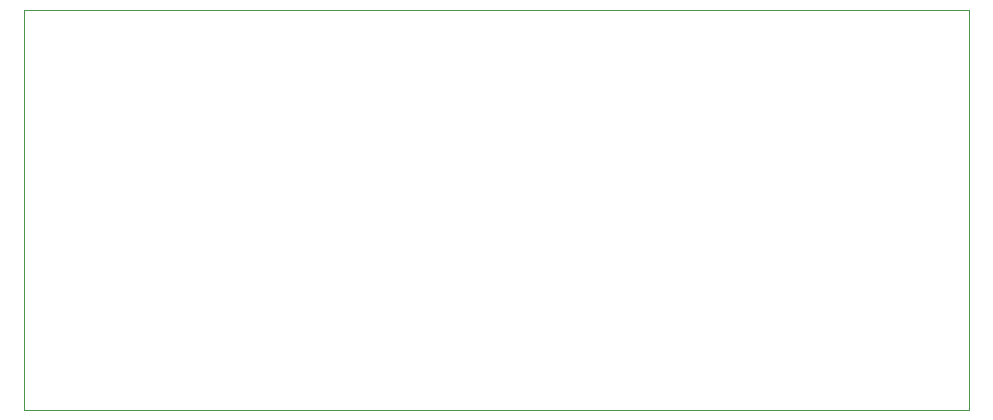
<source format=gm1>
%TF.GenerationSoftware,KiCad,Pcbnew,6.0.11+dfsg-1*%
%TF.CreationDate,2024-03-12T04:01:45-04:00*%
%TF.ProjectId,pypilot-motor,70797069-6c6f-4742-9d6d-6f746f722e6b,rev?*%
%TF.SameCoordinates,Original*%
%TF.FileFunction,Profile,NP*%
%FSLAX46Y46*%
G04 Gerber Fmt 4.6, Leading zero omitted, Abs format (unit mm)*
G04 Created by KiCad (PCBNEW 6.0.11+dfsg-1) date 2024-03-12 04:01:45*
%MOMM*%
%LPD*%
G01*
G04 APERTURE LIST*
%TA.AperFunction,Profile*%
%ADD10C,0.050000*%
%TD*%
G04 APERTURE END LIST*
D10*
X184150000Y-95250000D02*
X104140000Y-95250000D01*
X184150000Y-129108200D02*
X184150000Y-95250000D01*
X104140000Y-129108200D02*
X184150000Y-129108200D01*
X104140000Y-95250000D02*
X104140000Y-129108200D01*
M02*

</source>
